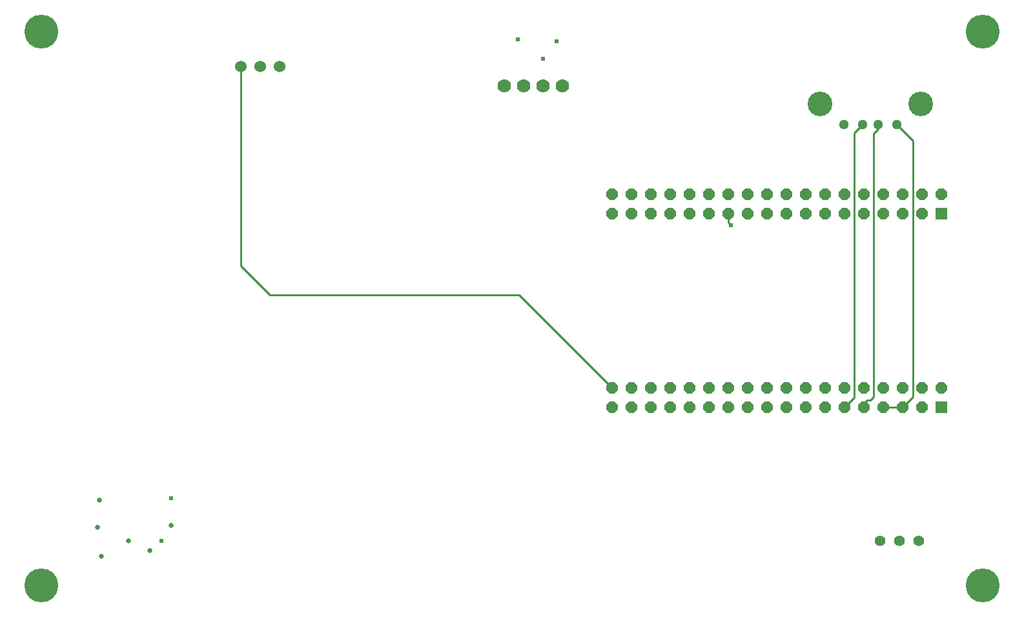
<source format=gbr>
G04 EAGLE Gerber RS-274X export*
G75*
%MOMM*%
%FSLAX34Y34*%
%LPD*%
%INBottom Copper*%
%IPPOS*%
%AMOC8*
5,1,8,0,0,1.08239X$1,22.5*%
G01*
%ADD10C,1.778000*%
%ADD11R,1.524000X1.524000*%
%ADD12P,1.649562X8X202.500000*%
%ADD13C,1.524000*%
%ADD14C,1.400000*%
%ADD15C,1.288000*%
%ADD16C,3.220000*%
%ADD17C,4.445000*%
%ADD18C,0.254000*%
%ADD19C,0.654800*%
%ADD20C,0.609600*%


D10*
X688340Y711200D03*
X713740Y711200D03*
X739140Y711200D03*
X764540Y711200D03*
D11*
X1261700Y289300D03*
D12*
X1261700Y314700D03*
X1236300Y289300D03*
X1236300Y314700D03*
X1210900Y289300D03*
X1210900Y314700D03*
X1185500Y289300D03*
X1185500Y314700D03*
X1160100Y289300D03*
X1160100Y314700D03*
X1134700Y289300D03*
X1134700Y314700D03*
X1109300Y289300D03*
X1109300Y314700D03*
X1083900Y289300D03*
X1083900Y314700D03*
X1058500Y289300D03*
X1058500Y314700D03*
X1033100Y289300D03*
X1033100Y314700D03*
X1007700Y289300D03*
X1007700Y314700D03*
X982300Y289300D03*
X982300Y314700D03*
X956900Y289300D03*
X956900Y314700D03*
X931500Y289300D03*
X931500Y314700D03*
X906100Y289300D03*
X906100Y314700D03*
X880700Y289300D03*
X880700Y314700D03*
X855300Y289300D03*
X855300Y314700D03*
X829900Y289300D03*
X829900Y314700D03*
D11*
X1261700Y543300D03*
D12*
X1261700Y568700D03*
X1236300Y543300D03*
X1236300Y568700D03*
X1210900Y543300D03*
X1210900Y568700D03*
X1185500Y543300D03*
X1185500Y568700D03*
X1160100Y543300D03*
X1160100Y568700D03*
X1134700Y543300D03*
X1134700Y568700D03*
X1109300Y543300D03*
X1109300Y568700D03*
X1083900Y543300D03*
X1083900Y568700D03*
X1058500Y543300D03*
X1058500Y568700D03*
X1033100Y543300D03*
X1033100Y568700D03*
X1007700Y543300D03*
X1007700Y568700D03*
X982300Y543300D03*
X982300Y568700D03*
X956900Y543300D03*
X956900Y568700D03*
X931500Y543300D03*
X931500Y568700D03*
X906100Y543300D03*
X906100Y568700D03*
X880700Y543300D03*
X880700Y568700D03*
X855300Y543300D03*
X855300Y568700D03*
X829900Y543300D03*
X829900Y568700D03*
D13*
X342900Y736600D03*
X368300Y736600D03*
X393700Y736600D03*
D14*
X1181500Y114300D03*
X1206500Y114300D03*
X1231500Y114300D03*
D15*
X1203400Y660400D03*
X1133400Y660400D03*
X1158400Y660400D03*
X1178400Y660400D03*
D16*
X1102700Y687500D03*
X1234100Y687500D03*
D17*
X81280Y55880D03*
X1315720Y55880D03*
X81280Y782320D03*
X1315720Y782320D03*
D18*
X1147400Y302000D02*
X1134700Y289300D01*
X1147400Y649400D02*
X1158400Y660400D01*
X1147400Y649400D02*
X1147400Y302000D01*
X1178400Y654050D02*
X1178400Y660400D01*
X1178400Y654050D02*
X1172800Y648450D01*
X1160100Y294380D02*
X1160100Y289300D01*
X1160100Y294380D02*
X1164170Y298450D01*
X1168400Y298450D01*
X1172800Y302850D01*
X1172800Y648450D01*
X1185500Y289300D02*
X1210900Y289300D01*
X1224280Y302680D01*
X1224280Y639520D02*
X1203400Y660400D01*
X1224280Y639520D02*
X1224280Y302680D01*
X829900Y314700D02*
X707720Y436880D01*
X381000Y436880D01*
X342900Y474980D01*
X342900Y736600D01*
D19*
X195580Y114300D03*
X157480Y167640D03*
X154940Y132080D03*
D20*
X238760Y114300D03*
D18*
X982300Y531540D02*
X982300Y543300D01*
X982300Y531540D02*
X985520Y528320D01*
D20*
X985520Y528320D03*
X706120Y772160D03*
X756920Y769620D03*
X251460Y170180D03*
D19*
X160020Y93980D03*
X251460Y134620D03*
X223520Y101600D03*
D20*
X739140Y746760D03*
M02*

</source>
